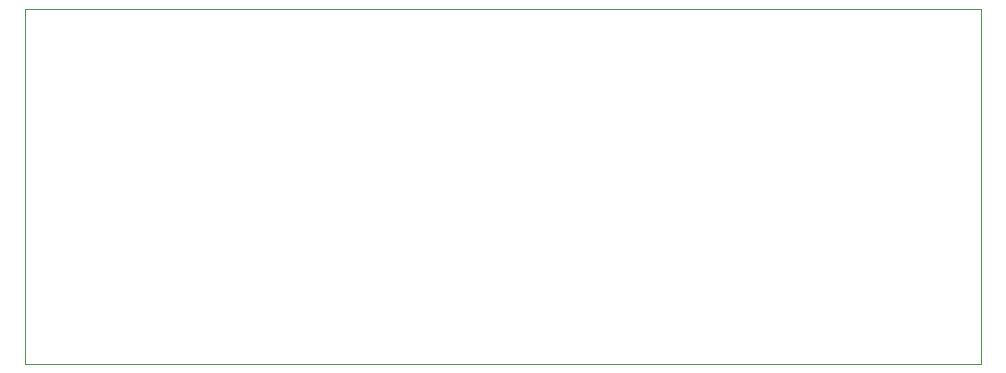
<source format=gbr>
G04 #@! TF.GenerationSoftware,KiCad,Pcbnew,5.1.5+dfsg1-2build2*
G04 #@! TF.CreationDate,2020-10-19T23:11:39-07:00*
G04 #@! TF.ProjectId,evc_seriously,6576635f-7365-4726-996f-75736c792e6b,rev?*
G04 #@! TF.SameCoordinates,Original*
G04 #@! TF.FileFunction,Profile,NP*
%FSLAX46Y46*%
G04 Gerber Fmt 4.6, Leading zero omitted, Abs format (unit mm)*
G04 Created by KiCad (PCBNEW 5.1.5+dfsg1-2build2) date 2020-10-19 23:11:39*
%MOMM*%
%LPD*%
G04 APERTURE LIST*
%ADD10C,0.100000*%
G04 APERTURE END LIST*
D10*
X221000000Y-100000000D02*
X221000000Y-130000000D01*
X140000000Y-100000000D02*
X221000000Y-100000000D01*
X140000000Y-130000000D02*
X140000000Y-100000000D01*
X221000000Y-130000000D02*
X140000000Y-130000000D01*
M02*

</source>
